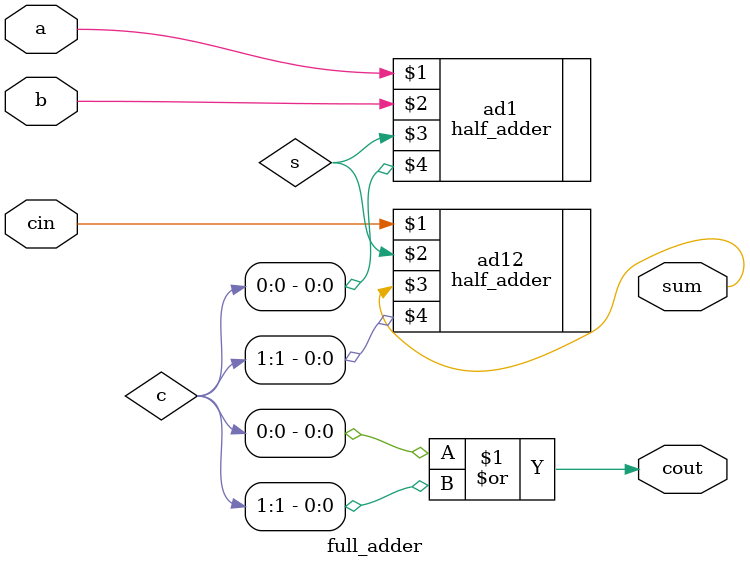
<source format=v>
module full_adder(output sum, cout, input a,b,cin);

wire s;
wire [1:0]c;

half_adder ad1(a,b,s,c[0]);
half_adder ad12(cin,s,sum,c[1]);

or G1(cout,c[0],c[1]);

endmodule
</source>
